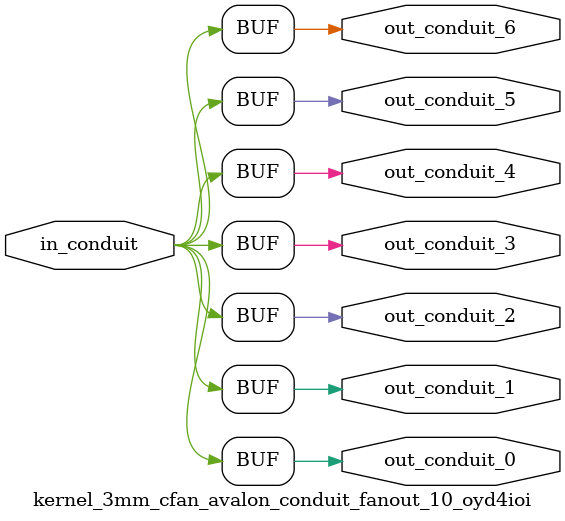
<source format=sv>


 


// --------------------------------------------------------------------------------
//| Avalon Conduit Fan-Out
// --------------------------------------------------------------------------------

// ------------------------------------------
// Generation parameters:
//   output_name:       kernel_3mm_cfan_avalon_conduit_fanout_10_oyd4ioi
//   numFanOut:         7
//   
// ------------------------------------------

module kernel_3mm_cfan_avalon_conduit_fanout_10_oyd4ioi (     

// Interface: out_conduit_0
 output                    out_conduit_0,
// Interface: out_conduit_1
 output                    out_conduit_1,
// Interface: out_conduit_2
 output                    out_conduit_2,
// Interface: out_conduit_3
 output                    out_conduit_3,
// Interface: out_conduit_4
 output                    out_conduit_4,
// Interface: out_conduit_5
 output                    out_conduit_5,
// Interface: out_conduit_6
 output                    out_conduit_6,

// Interface: in_conduit
 input                   in_conduit

);

   assign  out_conduit_0 = in_conduit;
   assign  out_conduit_1 = in_conduit;
   assign  out_conduit_2 = in_conduit;
   assign  out_conduit_3 = in_conduit;
   assign  out_conduit_4 = in_conduit;
   assign  out_conduit_5 = in_conduit;
   assign  out_conduit_6 = in_conduit;

endmodule //


</source>
